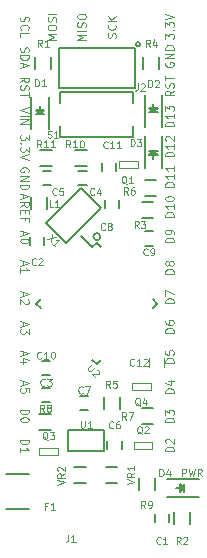
<source format=gto>
G04 #@! TF.FileFunction,Legend,Top*
%FSLAX46Y46*%
G04 Gerber Fmt 4.6, Leading zero omitted, Abs format (unit mm)*
G04 Created by KiCad (PCBNEW 4.0.6-e0-6349~53~ubuntu16.04.1) date Sat Mar  4 14:09:25 2017*
%MOMM*%
%LPD*%
G01*
G04 APERTURE LIST*
%ADD10C,0.100000*%
%ADD11C,0.120000*%
%ADD12C,0.150000*%
%ADD13C,0.127000*%
%ADD14C,0.119380*%
G04 APERTURE END LIST*
D10*
X130716667Y-102649999D02*
X130016667Y-102649999D01*
X130516667Y-102416666D01*
X130016667Y-102183333D01*
X130716667Y-102183333D01*
X130016667Y-101716666D02*
X130016667Y-101583333D01*
X130050000Y-101516666D01*
X130116667Y-101449999D01*
X130250000Y-101416666D01*
X130483333Y-101416666D01*
X130616667Y-101449999D01*
X130683333Y-101516666D01*
X130716667Y-101583333D01*
X130716667Y-101716666D01*
X130683333Y-101783333D01*
X130616667Y-101849999D01*
X130483333Y-101883333D01*
X130250000Y-101883333D01*
X130116667Y-101849999D01*
X130050000Y-101783333D01*
X130016667Y-101716666D01*
X130683333Y-101150000D02*
X130716667Y-101050000D01*
X130716667Y-100883333D01*
X130683333Y-100816666D01*
X130650000Y-100783333D01*
X130583333Y-100750000D01*
X130516667Y-100750000D01*
X130450000Y-100783333D01*
X130416667Y-100816666D01*
X130383333Y-100883333D01*
X130350000Y-101016666D01*
X130316667Y-101083333D01*
X130283333Y-101116666D01*
X130216667Y-101150000D01*
X130150000Y-101150000D01*
X130083333Y-101116666D01*
X130050000Y-101083333D01*
X130016667Y-101016666D01*
X130016667Y-100850000D01*
X130050000Y-100750000D01*
X130716667Y-100449999D02*
X130016667Y-100449999D01*
X133216667Y-102699999D02*
X132516667Y-102699999D01*
X133016667Y-102466666D01*
X132516667Y-102233333D01*
X133216667Y-102233333D01*
X133216667Y-101899999D02*
X132516667Y-101899999D01*
X133183333Y-101600000D02*
X133216667Y-101500000D01*
X133216667Y-101333333D01*
X133183333Y-101266666D01*
X133150000Y-101233333D01*
X133083333Y-101200000D01*
X133016667Y-101200000D01*
X132950000Y-101233333D01*
X132916667Y-101266666D01*
X132883333Y-101333333D01*
X132850000Y-101466666D01*
X132816667Y-101533333D01*
X132783333Y-101566666D01*
X132716667Y-101600000D01*
X132650000Y-101600000D01*
X132583333Y-101566666D01*
X132550000Y-101533333D01*
X132516667Y-101466666D01*
X132516667Y-101300000D01*
X132550000Y-101200000D01*
X132516667Y-100766666D02*
X132516667Y-100633333D01*
X132550000Y-100566666D01*
X132616667Y-100499999D01*
X132750000Y-100466666D01*
X132983333Y-100466666D01*
X133116667Y-100499999D01*
X133183333Y-100566666D01*
X133216667Y-100633333D01*
X133216667Y-100766666D01*
X133183333Y-100833333D01*
X133116667Y-100899999D01*
X132983333Y-100933333D01*
X132750000Y-100933333D01*
X132616667Y-100899999D01*
X132550000Y-100833333D01*
X132516667Y-100766666D01*
X135733333Y-102500000D02*
X135766667Y-102400000D01*
X135766667Y-102233333D01*
X135733333Y-102166666D01*
X135700000Y-102133333D01*
X135633333Y-102100000D01*
X135566667Y-102100000D01*
X135500000Y-102133333D01*
X135466667Y-102166666D01*
X135433333Y-102233333D01*
X135400000Y-102366666D01*
X135366667Y-102433333D01*
X135333333Y-102466666D01*
X135266667Y-102500000D01*
X135200000Y-102500000D01*
X135133333Y-102466666D01*
X135100000Y-102433333D01*
X135066667Y-102366666D01*
X135066667Y-102200000D01*
X135100000Y-102100000D01*
X135700000Y-101399999D02*
X135733333Y-101433333D01*
X135766667Y-101533333D01*
X135766667Y-101599999D01*
X135733333Y-101699999D01*
X135666667Y-101766666D01*
X135600000Y-101799999D01*
X135466667Y-101833333D01*
X135366667Y-101833333D01*
X135233333Y-101799999D01*
X135166667Y-101766666D01*
X135100000Y-101699999D01*
X135066667Y-101599999D01*
X135066667Y-101533333D01*
X135100000Y-101433333D01*
X135133333Y-101399999D01*
X135766667Y-101099999D02*
X135066667Y-101099999D01*
X135766667Y-100699999D02*
X135366667Y-100999999D01*
X135066667Y-100699999D02*
X135466667Y-101099999D01*
X141400000Y-139621429D02*
X141400000Y-139021429D01*
X141628572Y-139021429D01*
X141685714Y-139050000D01*
X141714286Y-139078571D01*
X141742857Y-139135714D01*
X141742857Y-139221429D01*
X141714286Y-139278571D01*
X141685714Y-139307143D01*
X141628572Y-139335714D01*
X141400000Y-139335714D01*
X141942857Y-139021429D02*
X142085714Y-139621429D01*
X142200000Y-139192857D01*
X142314286Y-139621429D01*
X142457143Y-139021429D01*
X143028571Y-139621429D02*
X142828571Y-139335714D01*
X142685714Y-139621429D02*
X142685714Y-139021429D01*
X142914286Y-139021429D01*
X142971428Y-139050000D01*
X143000000Y-139078571D01*
X143028571Y-139135714D01*
X143028571Y-139221429D01*
X143000000Y-139278571D01*
X142971428Y-139307143D01*
X142914286Y-139335714D01*
X142685714Y-139335714D01*
X140666667Y-137516666D02*
X139966667Y-137516666D01*
X139966667Y-137350000D01*
X140000000Y-137250000D01*
X140066667Y-137183333D01*
X140133333Y-137150000D01*
X140266667Y-137116666D01*
X140366667Y-137116666D01*
X140500000Y-137150000D01*
X140566667Y-137183333D01*
X140633333Y-137250000D01*
X140666667Y-137350000D01*
X140666667Y-137516666D01*
X140033333Y-136850000D02*
X140000000Y-136816666D01*
X139966667Y-136750000D01*
X139966667Y-136583333D01*
X140000000Y-136516666D01*
X140033333Y-136483333D01*
X140100000Y-136450000D01*
X140166667Y-136450000D01*
X140266667Y-136483333D01*
X140666667Y-136883333D01*
X140666667Y-136450000D01*
X140666667Y-135066666D02*
X139966667Y-135066666D01*
X139966667Y-134900000D01*
X140000000Y-134800000D01*
X140066667Y-134733333D01*
X140133333Y-134700000D01*
X140266667Y-134666666D01*
X140366667Y-134666666D01*
X140500000Y-134700000D01*
X140566667Y-134733333D01*
X140633333Y-134800000D01*
X140666667Y-134900000D01*
X140666667Y-135066666D01*
X139966667Y-134433333D02*
X139966667Y-134000000D01*
X140233333Y-134233333D01*
X140233333Y-134133333D01*
X140266667Y-134066666D01*
X140300000Y-134033333D01*
X140366667Y-134000000D01*
X140533333Y-134000000D01*
X140600000Y-134033333D01*
X140633333Y-134066666D01*
X140666667Y-134133333D01*
X140666667Y-134333333D01*
X140633333Y-134400000D01*
X140600000Y-134433333D01*
X140666667Y-132566666D02*
X139966667Y-132566666D01*
X139966667Y-132400000D01*
X140000000Y-132300000D01*
X140066667Y-132233333D01*
X140133333Y-132200000D01*
X140266667Y-132166666D01*
X140366667Y-132166666D01*
X140500000Y-132200000D01*
X140566667Y-132233333D01*
X140633333Y-132300000D01*
X140666667Y-132400000D01*
X140666667Y-132566666D01*
X140200000Y-131566666D02*
X140666667Y-131566666D01*
X139933333Y-131733333D02*
X140433333Y-131900000D01*
X140433333Y-131466666D01*
X140666667Y-130016666D02*
X139966667Y-130016666D01*
X139966667Y-129850000D01*
X140000000Y-129750000D01*
X140066667Y-129683333D01*
X140133333Y-129650000D01*
X140266667Y-129616666D01*
X140366667Y-129616666D01*
X140500000Y-129650000D01*
X140566667Y-129683333D01*
X140633333Y-129750000D01*
X140666667Y-129850000D01*
X140666667Y-130016666D01*
X139966667Y-128983333D02*
X139966667Y-129316666D01*
X140300000Y-129350000D01*
X140266667Y-129316666D01*
X140233333Y-129250000D01*
X140233333Y-129083333D01*
X140266667Y-129016666D01*
X140300000Y-128983333D01*
X140366667Y-128950000D01*
X140533333Y-128950000D01*
X140600000Y-128983333D01*
X140633333Y-129016666D01*
X140666667Y-129083333D01*
X140666667Y-129250000D01*
X140633333Y-129316666D01*
X140600000Y-129350000D01*
X140666667Y-127466666D02*
X139966667Y-127466666D01*
X139966667Y-127300000D01*
X140000000Y-127200000D01*
X140066667Y-127133333D01*
X140133333Y-127100000D01*
X140266667Y-127066666D01*
X140366667Y-127066666D01*
X140500000Y-127100000D01*
X140566667Y-127133333D01*
X140633333Y-127200000D01*
X140666667Y-127300000D01*
X140666667Y-127466666D01*
X139966667Y-126466666D02*
X139966667Y-126600000D01*
X140000000Y-126666666D01*
X140033333Y-126700000D01*
X140133333Y-126766666D01*
X140266667Y-126800000D01*
X140533333Y-126800000D01*
X140600000Y-126766666D01*
X140633333Y-126733333D01*
X140666667Y-126666666D01*
X140666667Y-126533333D01*
X140633333Y-126466666D01*
X140600000Y-126433333D01*
X140533333Y-126400000D01*
X140366667Y-126400000D01*
X140300000Y-126433333D01*
X140266667Y-126466666D01*
X140233333Y-126533333D01*
X140233333Y-126666666D01*
X140266667Y-126733333D01*
X140300000Y-126766666D01*
X140366667Y-126800000D01*
X140666667Y-124966666D02*
X139966667Y-124966666D01*
X139966667Y-124800000D01*
X140000000Y-124700000D01*
X140066667Y-124633333D01*
X140133333Y-124600000D01*
X140266667Y-124566666D01*
X140366667Y-124566666D01*
X140500000Y-124600000D01*
X140566667Y-124633333D01*
X140633333Y-124700000D01*
X140666667Y-124800000D01*
X140666667Y-124966666D01*
X139966667Y-124333333D02*
X139966667Y-123866666D01*
X140666667Y-124166666D01*
X140666667Y-122466666D02*
X139966667Y-122466666D01*
X139966667Y-122300000D01*
X140000000Y-122200000D01*
X140066667Y-122133333D01*
X140133333Y-122100000D01*
X140266667Y-122066666D01*
X140366667Y-122066666D01*
X140500000Y-122100000D01*
X140566667Y-122133333D01*
X140633333Y-122200000D01*
X140666667Y-122300000D01*
X140666667Y-122466666D01*
X140266667Y-121666666D02*
X140233333Y-121733333D01*
X140200000Y-121766666D01*
X140133333Y-121800000D01*
X140100000Y-121800000D01*
X140033333Y-121766666D01*
X140000000Y-121733333D01*
X139966667Y-121666666D01*
X139966667Y-121533333D01*
X140000000Y-121466666D01*
X140033333Y-121433333D01*
X140100000Y-121400000D01*
X140133333Y-121400000D01*
X140200000Y-121433333D01*
X140233333Y-121466666D01*
X140266667Y-121533333D01*
X140266667Y-121666666D01*
X140300000Y-121733333D01*
X140333333Y-121766666D01*
X140400000Y-121800000D01*
X140533333Y-121800000D01*
X140600000Y-121766666D01*
X140633333Y-121733333D01*
X140666667Y-121666666D01*
X140666667Y-121533333D01*
X140633333Y-121466666D01*
X140600000Y-121433333D01*
X140533333Y-121400000D01*
X140400000Y-121400000D01*
X140333333Y-121433333D01*
X140300000Y-121466666D01*
X140266667Y-121533333D01*
X140666667Y-119816666D02*
X139966667Y-119816666D01*
X139966667Y-119650000D01*
X140000000Y-119550000D01*
X140066667Y-119483333D01*
X140133333Y-119450000D01*
X140266667Y-119416666D01*
X140366667Y-119416666D01*
X140500000Y-119450000D01*
X140566667Y-119483333D01*
X140633333Y-119550000D01*
X140666667Y-119650000D01*
X140666667Y-119816666D01*
X140666667Y-119083333D02*
X140666667Y-118950000D01*
X140633333Y-118883333D01*
X140600000Y-118850000D01*
X140500000Y-118783333D01*
X140366667Y-118750000D01*
X140100000Y-118750000D01*
X140033333Y-118783333D01*
X140000000Y-118816666D01*
X139966667Y-118883333D01*
X139966667Y-119016666D01*
X140000000Y-119083333D01*
X140033333Y-119116666D01*
X140100000Y-119150000D01*
X140266667Y-119150000D01*
X140333333Y-119116666D01*
X140366667Y-119083333D01*
X140400000Y-119016666D01*
X140400000Y-118883333D01*
X140366667Y-118816666D01*
X140333333Y-118783333D01*
X140266667Y-118750000D01*
X140666667Y-117650000D02*
X139966667Y-117650000D01*
X139966667Y-117483334D01*
X140000000Y-117383334D01*
X140066667Y-117316667D01*
X140133333Y-117283334D01*
X140266667Y-117250000D01*
X140366667Y-117250000D01*
X140500000Y-117283334D01*
X140566667Y-117316667D01*
X140633333Y-117383334D01*
X140666667Y-117483334D01*
X140666667Y-117650000D01*
X140666667Y-116583334D02*
X140666667Y-116983334D01*
X140666667Y-116783334D02*
X139966667Y-116783334D01*
X140066667Y-116850000D01*
X140133333Y-116916667D01*
X140166667Y-116983334D01*
X139966667Y-116150000D02*
X139966667Y-116083333D01*
X140000000Y-116016667D01*
X140033333Y-115983333D01*
X140100000Y-115950000D01*
X140233333Y-115916667D01*
X140400000Y-115916667D01*
X140533333Y-115950000D01*
X140600000Y-115983333D01*
X140633333Y-116016667D01*
X140666667Y-116083333D01*
X140666667Y-116150000D01*
X140633333Y-116216667D01*
X140600000Y-116250000D01*
X140533333Y-116283333D01*
X140400000Y-116316667D01*
X140233333Y-116316667D01*
X140100000Y-116283333D01*
X140033333Y-116250000D01*
X140000000Y-116216667D01*
X139966667Y-116150000D01*
X140666667Y-115100000D02*
X139966667Y-115100000D01*
X139966667Y-114933334D01*
X140000000Y-114833334D01*
X140066667Y-114766667D01*
X140133333Y-114733334D01*
X140266667Y-114700000D01*
X140366667Y-114700000D01*
X140500000Y-114733334D01*
X140566667Y-114766667D01*
X140633333Y-114833334D01*
X140666667Y-114933334D01*
X140666667Y-115100000D01*
X140666667Y-114033334D02*
X140666667Y-114433334D01*
X140666667Y-114233334D02*
X139966667Y-114233334D01*
X140066667Y-114300000D01*
X140133333Y-114366667D01*
X140166667Y-114433334D01*
X140666667Y-113366667D02*
X140666667Y-113766667D01*
X140666667Y-113566667D02*
X139966667Y-113566667D01*
X140066667Y-113633333D01*
X140133333Y-113700000D01*
X140166667Y-113766667D01*
X140666667Y-112550000D02*
X139966667Y-112550000D01*
X139966667Y-112383334D01*
X140000000Y-112283334D01*
X140066667Y-112216667D01*
X140133333Y-112183334D01*
X140266667Y-112150000D01*
X140366667Y-112150000D01*
X140500000Y-112183334D01*
X140566667Y-112216667D01*
X140633333Y-112283334D01*
X140666667Y-112383334D01*
X140666667Y-112550000D01*
X140666667Y-111483334D02*
X140666667Y-111883334D01*
X140666667Y-111683334D02*
X139966667Y-111683334D01*
X140066667Y-111750000D01*
X140133333Y-111816667D01*
X140166667Y-111883334D01*
X140033333Y-111216667D02*
X140000000Y-111183333D01*
X139966667Y-111116667D01*
X139966667Y-110950000D01*
X140000000Y-110883333D01*
X140033333Y-110850000D01*
X140100000Y-110816667D01*
X140166667Y-110816667D01*
X140266667Y-110850000D01*
X140666667Y-111250000D01*
X140666667Y-110816667D01*
X140666667Y-110000000D02*
X139966667Y-110000000D01*
X139966667Y-109833334D01*
X140000000Y-109733334D01*
X140066667Y-109666667D01*
X140133333Y-109633334D01*
X140266667Y-109600000D01*
X140366667Y-109600000D01*
X140500000Y-109633334D01*
X140566667Y-109666667D01*
X140633333Y-109733334D01*
X140666667Y-109833334D01*
X140666667Y-110000000D01*
X140666667Y-108933334D02*
X140666667Y-109333334D01*
X140666667Y-109133334D02*
X139966667Y-109133334D01*
X140066667Y-109200000D01*
X140133333Y-109266667D01*
X140166667Y-109333334D01*
X139966667Y-108700000D02*
X139966667Y-108266667D01*
X140233333Y-108500000D01*
X140233333Y-108400000D01*
X140266667Y-108333333D01*
X140300000Y-108300000D01*
X140366667Y-108266667D01*
X140533333Y-108266667D01*
X140600000Y-108300000D01*
X140633333Y-108333333D01*
X140666667Y-108400000D01*
X140666667Y-108600000D01*
X140633333Y-108666667D01*
X140600000Y-108700000D01*
X140666667Y-106983333D02*
X140333333Y-107216667D01*
X140666667Y-107383333D02*
X139966667Y-107383333D01*
X139966667Y-107116667D01*
X140000000Y-107050000D01*
X140033333Y-107016667D01*
X140100000Y-106983333D01*
X140200000Y-106983333D01*
X140266667Y-107016667D01*
X140300000Y-107050000D01*
X140333333Y-107116667D01*
X140333333Y-107383333D01*
X140633333Y-106716667D02*
X140666667Y-106616667D01*
X140666667Y-106450000D01*
X140633333Y-106383333D01*
X140600000Y-106350000D01*
X140533333Y-106316667D01*
X140466667Y-106316667D01*
X140400000Y-106350000D01*
X140366667Y-106383333D01*
X140333333Y-106450000D01*
X140300000Y-106583333D01*
X140266667Y-106650000D01*
X140233333Y-106683333D01*
X140166667Y-106716667D01*
X140100000Y-106716667D01*
X140033333Y-106683333D01*
X140000000Y-106650000D01*
X139966667Y-106583333D01*
X139966667Y-106416667D01*
X140000000Y-106316667D01*
X139966667Y-106116666D02*
X139966667Y-105716666D01*
X140666667Y-105916666D02*
X139966667Y-105916666D01*
X140000000Y-104583333D02*
X139966667Y-104649999D01*
X139966667Y-104749999D01*
X140000000Y-104849999D01*
X140066667Y-104916666D01*
X140133333Y-104949999D01*
X140266667Y-104983333D01*
X140366667Y-104983333D01*
X140500000Y-104949999D01*
X140566667Y-104916666D01*
X140633333Y-104849999D01*
X140666667Y-104749999D01*
X140666667Y-104683333D01*
X140633333Y-104583333D01*
X140600000Y-104549999D01*
X140366667Y-104549999D01*
X140366667Y-104683333D01*
X140666667Y-104249999D02*
X139966667Y-104249999D01*
X140666667Y-103849999D01*
X139966667Y-103849999D01*
X140666667Y-103516666D02*
X139966667Y-103516666D01*
X139966667Y-103350000D01*
X140000000Y-103250000D01*
X140066667Y-103183333D01*
X140133333Y-103150000D01*
X140266667Y-103116666D01*
X140366667Y-103116666D01*
X140500000Y-103150000D01*
X140566667Y-103183333D01*
X140633333Y-103250000D01*
X140666667Y-103350000D01*
X140666667Y-103516666D01*
X127716667Y-100716666D02*
X127683333Y-100816666D01*
X127683333Y-100983333D01*
X127716667Y-101050000D01*
X127750000Y-101083333D01*
X127816667Y-101116666D01*
X127883333Y-101116666D01*
X127950000Y-101083333D01*
X127983333Y-101050000D01*
X128016667Y-100983333D01*
X128050000Y-100850000D01*
X128083333Y-100783333D01*
X128116667Y-100750000D01*
X128183333Y-100716666D01*
X128250000Y-100716666D01*
X128316667Y-100750000D01*
X128350000Y-100783333D01*
X128383333Y-100850000D01*
X128383333Y-101016666D01*
X128350000Y-101116666D01*
X127750000Y-101816667D02*
X127716667Y-101783333D01*
X127683333Y-101683333D01*
X127683333Y-101616667D01*
X127716667Y-101516667D01*
X127783333Y-101450000D01*
X127850000Y-101416667D01*
X127983333Y-101383333D01*
X128083333Y-101383333D01*
X128216667Y-101416667D01*
X128283333Y-101450000D01*
X128350000Y-101516667D01*
X128383333Y-101616667D01*
X128383333Y-101683333D01*
X128350000Y-101783333D01*
X128316667Y-101816667D01*
X127683333Y-102450000D02*
X127683333Y-102116667D01*
X128383333Y-102116667D01*
X127716667Y-103300000D02*
X127683333Y-103400000D01*
X127683333Y-103566667D01*
X127716667Y-103633334D01*
X127750000Y-103666667D01*
X127816667Y-103700000D01*
X127883333Y-103700000D01*
X127950000Y-103666667D01*
X127983333Y-103633334D01*
X128016667Y-103566667D01*
X128050000Y-103433334D01*
X128083333Y-103366667D01*
X128116667Y-103333334D01*
X128183333Y-103300000D01*
X128250000Y-103300000D01*
X128316667Y-103333334D01*
X128350000Y-103366667D01*
X128383333Y-103433334D01*
X128383333Y-103600000D01*
X128350000Y-103700000D01*
X127683333Y-104000001D02*
X128383333Y-104000001D01*
X128383333Y-104166667D01*
X128350000Y-104266667D01*
X128283333Y-104333334D01*
X128216667Y-104366667D01*
X128083333Y-104400001D01*
X127983333Y-104400001D01*
X127850000Y-104366667D01*
X127783333Y-104333334D01*
X127716667Y-104266667D01*
X127683333Y-104166667D01*
X127683333Y-104000001D01*
X127883333Y-104666667D02*
X127883333Y-105000001D01*
X127683333Y-104600001D02*
X128383333Y-104833334D01*
X127683333Y-105066667D01*
X127683333Y-106266667D02*
X128016667Y-106033333D01*
X127683333Y-105866667D02*
X128383333Y-105866667D01*
X128383333Y-106133333D01*
X128350000Y-106200000D01*
X128316667Y-106233333D01*
X128250000Y-106266667D01*
X128150000Y-106266667D01*
X128083333Y-106233333D01*
X128050000Y-106200000D01*
X128016667Y-106133333D01*
X128016667Y-105866667D01*
X127716667Y-106533333D02*
X127683333Y-106633333D01*
X127683333Y-106800000D01*
X127716667Y-106866667D01*
X127750000Y-106900000D01*
X127816667Y-106933333D01*
X127883333Y-106933333D01*
X127950000Y-106900000D01*
X127983333Y-106866667D01*
X128016667Y-106800000D01*
X128050000Y-106666667D01*
X128083333Y-106600000D01*
X128116667Y-106566667D01*
X128183333Y-106533333D01*
X128250000Y-106533333D01*
X128316667Y-106566667D01*
X128350000Y-106600000D01*
X128383333Y-106666667D01*
X128383333Y-106833333D01*
X128350000Y-106933333D01*
X128383333Y-107133334D02*
X128383333Y-107533334D01*
X127683333Y-107333334D02*
X128383333Y-107333334D01*
X128383333Y-108383334D02*
X127683333Y-108616667D01*
X128383333Y-108850000D01*
X127683333Y-109083334D02*
X128383333Y-109083334D01*
X127683333Y-109416667D02*
X128383333Y-109416667D01*
X127683333Y-109816667D01*
X128383333Y-109816667D01*
X128383333Y-110716667D02*
X128383333Y-111150000D01*
X128116667Y-110916667D01*
X128116667Y-111016667D01*
X128083333Y-111083334D01*
X128050000Y-111116667D01*
X127983333Y-111150000D01*
X127816667Y-111150000D01*
X127750000Y-111116667D01*
X127716667Y-111083334D01*
X127683333Y-111016667D01*
X127683333Y-110816667D01*
X127716667Y-110750000D01*
X127750000Y-110716667D01*
X127750000Y-111450001D02*
X127716667Y-111483334D01*
X127683333Y-111450001D01*
X127716667Y-111416667D01*
X127750000Y-111450001D01*
X127683333Y-111450001D01*
X128383333Y-111716667D02*
X128383333Y-112150000D01*
X128116667Y-111916667D01*
X128116667Y-112016667D01*
X128083333Y-112083334D01*
X128050000Y-112116667D01*
X127983333Y-112150000D01*
X127816667Y-112150000D01*
X127750000Y-112116667D01*
X127716667Y-112083334D01*
X127683333Y-112016667D01*
X127683333Y-111816667D01*
X127716667Y-111750000D01*
X127750000Y-111716667D01*
X128383333Y-112350001D02*
X127683333Y-112583334D01*
X128383333Y-112816667D01*
X128350000Y-113866667D02*
X128383333Y-113800001D01*
X128383333Y-113700001D01*
X128350000Y-113600001D01*
X128283333Y-113533334D01*
X128216667Y-113500001D01*
X128083333Y-113466667D01*
X127983333Y-113466667D01*
X127850000Y-113500001D01*
X127783333Y-113533334D01*
X127716667Y-113600001D01*
X127683333Y-113700001D01*
X127683333Y-113766667D01*
X127716667Y-113866667D01*
X127750000Y-113900001D01*
X127983333Y-113900001D01*
X127983333Y-113766667D01*
X127683333Y-114200001D02*
X128383333Y-114200001D01*
X127683333Y-114600001D01*
X128383333Y-114600001D01*
X127683333Y-114933334D02*
X128383333Y-114933334D01*
X128383333Y-115100000D01*
X128350000Y-115200000D01*
X128283333Y-115266667D01*
X128216667Y-115300000D01*
X128083333Y-115333334D01*
X127983333Y-115333334D01*
X127850000Y-115300000D01*
X127783333Y-115266667D01*
X127716667Y-115200000D01*
X127683333Y-115100000D01*
X127683333Y-114933334D01*
X127883333Y-115766667D02*
X127883333Y-116100001D01*
X127683333Y-115700001D02*
X128383333Y-115933334D01*
X127683333Y-116166667D01*
X127683333Y-116800001D02*
X128016667Y-116566667D01*
X127683333Y-116400001D02*
X128383333Y-116400001D01*
X128383333Y-116666667D01*
X128350000Y-116733334D01*
X128316667Y-116766667D01*
X128250000Y-116800001D01*
X128150000Y-116800001D01*
X128083333Y-116766667D01*
X128050000Y-116733334D01*
X128016667Y-116666667D01*
X128016667Y-116400001D01*
X128050000Y-117100001D02*
X128050000Y-117333334D01*
X127683333Y-117433334D02*
X127683333Y-117100001D01*
X128383333Y-117100001D01*
X128383333Y-117433334D01*
X128050000Y-117966667D02*
X128050000Y-117733334D01*
X127683333Y-117733334D02*
X128383333Y-117733334D01*
X128383333Y-118066667D01*
X127883333Y-118900000D02*
X127883333Y-119233334D01*
X127683333Y-118833334D02*
X128383333Y-119066667D01*
X127683333Y-119300000D01*
X128383333Y-119666667D02*
X128383333Y-119733334D01*
X128350000Y-119800000D01*
X128316667Y-119833334D01*
X128250000Y-119866667D01*
X128116667Y-119900000D01*
X127950000Y-119900000D01*
X127816667Y-119866667D01*
X127750000Y-119833334D01*
X127716667Y-119800000D01*
X127683333Y-119733334D01*
X127683333Y-119666667D01*
X127716667Y-119600000D01*
X127750000Y-119566667D01*
X127816667Y-119533334D01*
X127950000Y-119500000D01*
X128116667Y-119500000D01*
X128250000Y-119533334D01*
X128316667Y-119566667D01*
X128350000Y-119600000D01*
X128383333Y-119666667D01*
X127883333Y-121400000D02*
X127883333Y-121733334D01*
X127683333Y-121333334D02*
X128383333Y-121566667D01*
X127683333Y-121800000D01*
X127683333Y-122400000D02*
X127683333Y-122000000D01*
X127683333Y-122200000D02*
X128383333Y-122200000D01*
X128283333Y-122133334D01*
X128216667Y-122066667D01*
X128183333Y-122000000D01*
X127883333Y-124050000D02*
X127883333Y-124383334D01*
X127683333Y-123983334D02*
X128383333Y-124216667D01*
X127683333Y-124450000D01*
X128316667Y-124650000D02*
X128350000Y-124683334D01*
X128383333Y-124750000D01*
X128383333Y-124916667D01*
X128350000Y-124983334D01*
X128316667Y-125016667D01*
X128250000Y-125050000D01*
X128183333Y-125050000D01*
X128083333Y-125016667D01*
X127683333Y-124616667D01*
X127683333Y-125050000D01*
X127883333Y-126550000D02*
X127883333Y-126883334D01*
X127683333Y-126483334D02*
X128383333Y-126716667D01*
X127683333Y-126950000D01*
X128383333Y-127116667D02*
X128383333Y-127550000D01*
X128116667Y-127316667D01*
X128116667Y-127416667D01*
X128083333Y-127483334D01*
X128050000Y-127516667D01*
X127983333Y-127550000D01*
X127816667Y-127550000D01*
X127750000Y-127516667D01*
X127716667Y-127483334D01*
X127683333Y-127416667D01*
X127683333Y-127216667D01*
X127716667Y-127150000D01*
X127750000Y-127116667D01*
X127883333Y-129050000D02*
X127883333Y-129383334D01*
X127683333Y-128983334D02*
X128383333Y-129216667D01*
X127683333Y-129450000D01*
X128150000Y-129983334D02*
X127683333Y-129983334D01*
X128416667Y-129816667D02*
X127916667Y-129650000D01*
X127916667Y-130083334D01*
X127883333Y-131550000D02*
X127883333Y-131883334D01*
X127683333Y-131483334D02*
X128383333Y-131716667D01*
X127683333Y-131950000D01*
X128383333Y-132516667D02*
X128383333Y-132183334D01*
X128050000Y-132150000D01*
X128083333Y-132183334D01*
X128116667Y-132250000D01*
X128116667Y-132416667D01*
X128083333Y-132483334D01*
X128050000Y-132516667D01*
X127983333Y-132550000D01*
X127816667Y-132550000D01*
X127750000Y-132516667D01*
X127716667Y-132483334D01*
X127683333Y-132416667D01*
X127683333Y-132250000D01*
X127716667Y-132183334D01*
X127750000Y-132150000D01*
X127683333Y-133983334D02*
X128383333Y-133983334D01*
X128383333Y-134150000D01*
X128350000Y-134250000D01*
X128283333Y-134316667D01*
X128216667Y-134350000D01*
X128083333Y-134383334D01*
X127983333Y-134383334D01*
X127850000Y-134350000D01*
X127783333Y-134316667D01*
X127716667Y-134250000D01*
X127683333Y-134150000D01*
X127683333Y-133983334D01*
X128383333Y-134816667D02*
X128383333Y-134883334D01*
X128350000Y-134950000D01*
X128316667Y-134983334D01*
X128250000Y-135016667D01*
X128116667Y-135050000D01*
X127950000Y-135050000D01*
X127816667Y-135016667D01*
X127750000Y-134983334D01*
X127716667Y-134950000D01*
X127683333Y-134883334D01*
X127683333Y-134816667D01*
X127716667Y-134750000D01*
X127750000Y-134716667D01*
X127816667Y-134683334D01*
X127950000Y-134650000D01*
X128116667Y-134650000D01*
X128250000Y-134683334D01*
X128316667Y-134716667D01*
X128350000Y-134750000D01*
X128383333Y-134816667D01*
X139966667Y-102583333D02*
X139966667Y-102150000D01*
X140233333Y-102383333D01*
X140233333Y-102283333D01*
X140266667Y-102216666D01*
X140300000Y-102183333D01*
X140366667Y-102150000D01*
X140533333Y-102150000D01*
X140600000Y-102183333D01*
X140633333Y-102216666D01*
X140666667Y-102283333D01*
X140666667Y-102483333D01*
X140633333Y-102550000D01*
X140600000Y-102583333D01*
X140600000Y-101849999D02*
X140633333Y-101816666D01*
X140666667Y-101849999D01*
X140633333Y-101883333D01*
X140600000Y-101849999D01*
X140666667Y-101849999D01*
X139966667Y-101583333D02*
X139966667Y-101150000D01*
X140233333Y-101383333D01*
X140233333Y-101283333D01*
X140266667Y-101216666D01*
X140300000Y-101183333D01*
X140366667Y-101150000D01*
X140533333Y-101150000D01*
X140600000Y-101183333D01*
X140633333Y-101216666D01*
X140666667Y-101283333D01*
X140666667Y-101483333D01*
X140633333Y-101550000D01*
X140600000Y-101583333D01*
X139966667Y-100949999D02*
X140666667Y-100716666D01*
X139966667Y-100483333D01*
D11*
X127683333Y-136533334D02*
X128383333Y-136533334D01*
X128383333Y-136700000D01*
X128350000Y-136800000D01*
X128283333Y-136866667D01*
X128216667Y-136900000D01*
X128083333Y-136933334D01*
X127983333Y-136933334D01*
X127850000Y-136900000D01*
X127783333Y-136866667D01*
X127716667Y-136800000D01*
X127683333Y-136700000D01*
X127683333Y-136533334D01*
X127683333Y-137600000D02*
X127683333Y-137200000D01*
X127683333Y-137400000D02*
X128383333Y-137400000D01*
X128283333Y-137333334D01*
X128216667Y-137266667D01*
X128183333Y-137200000D01*
D12*
X140250000Y-142800000D02*
X140250000Y-143500000D01*
X139050000Y-143500000D02*
X139050000Y-142800000D01*
X129700000Y-119350000D02*
X129700000Y-120050000D01*
X128500000Y-120050000D02*
X128500000Y-119350000D01*
X129500000Y-132150000D02*
X130200000Y-132150000D01*
X130200000Y-133350000D02*
X129500000Y-133350000D01*
X133300000Y-114950000D02*
X132600000Y-114950000D01*
X132600000Y-113750000D02*
X133300000Y-113750000D01*
X130300000Y-114950000D02*
X129600000Y-114950000D01*
X129600000Y-113750000D02*
X130300000Y-113750000D01*
X136250000Y-136650000D02*
X136250000Y-137350000D01*
X135050000Y-137350000D02*
X135050000Y-136650000D01*
X132700000Y-132800000D02*
X133400000Y-132800000D01*
X133400000Y-134000000D02*
X132700000Y-134000000D01*
X134850000Y-116950000D02*
X134850000Y-116250000D01*
X136050000Y-116250000D02*
X136050000Y-116950000D01*
X138900000Y-120100000D02*
X138200000Y-120100000D01*
X138200000Y-118900000D02*
X138900000Y-118900000D01*
X129500000Y-129850000D02*
X130200000Y-129850000D01*
X130200000Y-131050000D02*
X129500000Y-131050000D01*
X135800000Y-113100000D02*
X135800000Y-113800000D01*
X134600000Y-113800000D02*
X134600000Y-113100000D01*
X130100000Y-110200000D02*
X130100000Y-107500000D01*
X128600000Y-110200000D02*
X128600000Y-107500000D01*
X129500000Y-108700000D02*
X129250000Y-108700000D01*
X129250000Y-108700000D02*
X129400000Y-108850000D01*
X129000000Y-108950000D02*
X129700000Y-108950000D01*
X129350000Y-108600000D02*
X129350000Y-108250000D01*
X129350000Y-108950000D02*
X129000000Y-108600000D01*
X129000000Y-108600000D02*
X129700000Y-108600000D01*
X129700000Y-108600000D02*
X129350000Y-108950000D01*
X139700000Y-110050000D02*
X139700000Y-107350000D01*
X138200000Y-110050000D02*
X138200000Y-107350000D01*
X139100000Y-108550000D02*
X138850000Y-108550000D01*
X138850000Y-108550000D02*
X139000000Y-108700000D01*
X138600000Y-108800000D02*
X139300000Y-108800000D01*
X138950000Y-108450000D02*
X138950000Y-108100000D01*
X138950000Y-108800000D02*
X138600000Y-108450000D01*
X138600000Y-108450000D02*
X139300000Y-108450000D01*
X139300000Y-108450000D02*
X138950000Y-108800000D01*
X138200000Y-110850000D02*
X138200000Y-113550000D01*
X139700000Y-110850000D02*
X139700000Y-113550000D01*
X138800000Y-112350000D02*
X139050000Y-112350000D01*
X139050000Y-112350000D02*
X138900000Y-112200000D01*
X139300000Y-112100000D02*
X138600000Y-112100000D01*
X138950000Y-112450000D02*
X138950000Y-112800000D01*
X138950000Y-112100000D02*
X139300000Y-112450000D01*
X139300000Y-112450000D02*
X138600000Y-112450000D01*
X138600000Y-112450000D02*
X138950000Y-112100000D01*
X142800000Y-139900000D02*
X140100000Y-139900000D01*
X142800000Y-141400000D02*
X140100000Y-141400000D01*
X141300000Y-140500000D02*
X141300000Y-140750000D01*
X141300000Y-140750000D02*
X141450000Y-140600000D01*
X141550000Y-141000000D02*
X141550000Y-140300000D01*
X141200000Y-140650000D02*
X140850000Y-140650000D01*
X141550000Y-140650000D02*
X141200000Y-141000000D01*
X141200000Y-141000000D02*
X141200000Y-140300000D01*
X141200000Y-140300000D02*
X141550000Y-140650000D01*
X126450000Y-139425000D02*
X128450000Y-139425000D01*
X128450000Y-142375000D02*
X126450000Y-142375000D01*
X128575000Y-117000000D02*
X128575000Y-116000000D01*
X129925000Y-116000000D02*
X129925000Y-117000000D01*
X128925000Y-105150000D02*
X128925000Y-104150000D01*
X130275000Y-104150000D02*
X130275000Y-105150000D01*
X140675000Y-143650000D02*
X140675000Y-142650000D01*
X142025000Y-142650000D02*
X142025000Y-143650000D01*
X138950000Y-117775000D02*
X137950000Y-117775000D01*
X137950000Y-116425000D02*
X138950000Y-116425000D01*
X138075000Y-105150000D02*
X138075000Y-104150000D01*
X139425000Y-104150000D02*
X139425000Y-105150000D01*
X134725000Y-133950000D02*
X134725000Y-132950000D01*
X136075000Y-132950000D02*
X136075000Y-133950000D01*
X139200000Y-115875000D02*
X138200000Y-115875000D01*
X138200000Y-114525000D02*
X139200000Y-114525000D01*
X138950000Y-135225000D02*
X137950000Y-135225000D01*
X137950000Y-133875000D02*
X138950000Y-133875000D01*
X130300000Y-135675000D02*
X129300000Y-135675000D01*
X129300000Y-134325000D02*
X130300000Y-134325000D01*
X137725000Y-140800000D02*
X137725000Y-139800000D01*
X139075000Y-139800000D02*
X139075000Y-140800000D01*
X132300000Y-112025000D02*
X133300000Y-112025000D01*
X133300000Y-113375000D02*
X132300000Y-113375000D01*
X130350000Y-113375000D02*
X129350000Y-113375000D01*
X129350000Y-112025000D02*
X130350000Y-112025000D01*
X137250000Y-110900000D02*
X137250000Y-110000000D01*
X131050000Y-110900000D02*
X131050000Y-110000000D01*
X131050000Y-108000000D02*
X131050000Y-107100000D01*
X137250000Y-107100000D02*
X137250000Y-108000000D01*
X131050000Y-110900000D02*
X137250000Y-110900000D01*
X131050000Y-107100000D02*
X137250000Y-107100000D01*
D13*
X134774000Y-135711000D02*
X134774000Y-137489000D01*
X134774000Y-137489000D02*
X131726000Y-137489000D01*
X131726000Y-137489000D02*
X131726000Y-135711000D01*
X131726000Y-135711000D02*
X134774000Y-135711000D01*
D12*
X135900000Y-140225000D02*
X134900000Y-140225000D01*
X134900000Y-138875000D02*
X135900000Y-138875000D01*
X132200000Y-138875000D02*
X133200000Y-138875000D01*
X133200000Y-140225000D02*
X132200000Y-140225000D01*
X132836396Y-115216548D02*
X134533452Y-116913604D01*
X129866548Y-118186396D02*
X131563604Y-119883452D01*
X132836396Y-115216548D02*
X129866548Y-118186396D01*
X134533452Y-116913604D02*
X131563604Y-119883452D01*
X134450000Y-119343146D02*
G75*
G03X134450000Y-119343146I-300000J0D01*
G01*
X134150000Y-119873476D02*
X133778769Y-120244707D01*
X139276524Y-125000000D02*
X138905293Y-125371231D01*
X134150000Y-130126524D02*
X134521231Y-129755293D01*
X129023476Y-125000000D02*
X129394707Y-124628769D01*
X134150000Y-119873476D02*
X134521231Y-120244707D01*
X129023476Y-125000000D02*
X129394707Y-125371231D01*
X134150000Y-130126524D02*
X133778769Y-129755293D01*
X139276524Y-125000000D02*
X138905293Y-124628769D01*
X133778769Y-120244707D02*
X132806497Y-119272435D01*
X137830278Y-103050000D02*
G75*
G03X137830278Y-103050000I-180278J0D01*
G01*
X137350000Y-103350000D02*
X137350000Y-106750000D01*
X130950000Y-103350000D02*
X137350000Y-103350000D01*
X130950000Y-106750000D02*
X130950000Y-103350000D01*
X137350000Y-106750000D02*
X130950000Y-106750000D01*
D11*
X139800000Y-129650000D02*
X139800000Y-130350000D01*
X138600000Y-130350000D02*
X138600000Y-129650000D01*
D14*
X136050000Y-112900000D02*
X137650000Y-112900000D01*
X137650000Y-112900000D02*
X137650000Y-113500000D01*
X137650000Y-113500000D02*
X136050000Y-113500000D01*
X136050000Y-113500000D02*
X136050000Y-112900000D01*
X137261000Y-136750000D02*
X138861000Y-136750000D01*
X138861000Y-136750000D02*
X138861000Y-137350000D01*
X138861000Y-137350000D02*
X137261000Y-137350000D01*
X137261000Y-137350000D02*
X137261000Y-136750000D01*
X129250000Y-137250000D02*
X130850000Y-137250000D01*
X130850000Y-137250000D02*
X130850000Y-137850000D01*
X130850000Y-137850000D02*
X129250000Y-137850000D01*
X129250000Y-137850000D02*
X129250000Y-137250000D01*
X138700000Y-132300000D02*
X137100000Y-132300000D01*
X137100000Y-132300000D02*
X137100000Y-131700000D01*
X137100000Y-131700000D02*
X138700000Y-131700000D01*
X138700000Y-131700000D02*
X138700000Y-132300000D01*
D10*
X139550000Y-145314286D02*
X139521429Y-145342857D01*
X139435715Y-145371429D01*
X139378572Y-145371429D01*
X139292857Y-145342857D01*
X139235715Y-145285714D01*
X139207143Y-145228571D01*
X139178572Y-145114286D01*
X139178572Y-145028571D01*
X139207143Y-144914286D01*
X139235715Y-144857143D01*
X139292857Y-144800000D01*
X139378572Y-144771429D01*
X139435715Y-144771429D01*
X139521429Y-144800000D01*
X139550000Y-144828571D01*
X140121429Y-145371429D02*
X139778572Y-145371429D01*
X139950000Y-145371429D02*
X139950000Y-144771429D01*
X139892857Y-144857143D01*
X139835715Y-144914286D01*
X139778572Y-144942857D01*
X129000000Y-121714286D02*
X128971429Y-121742857D01*
X128885715Y-121771429D01*
X128828572Y-121771429D01*
X128742857Y-121742857D01*
X128685715Y-121685714D01*
X128657143Y-121628571D01*
X128628572Y-121514286D01*
X128628572Y-121428571D01*
X128657143Y-121314286D01*
X128685715Y-121257143D01*
X128742857Y-121200000D01*
X128828572Y-121171429D01*
X128885715Y-121171429D01*
X128971429Y-121200000D01*
X129000000Y-121228571D01*
X129228572Y-121228571D02*
X129257143Y-121200000D01*
X129314286Y-121171429D01*
X129457143Y-121171429D01*
X129514286Y-121200000D01*
X129542857Y-121228571D01*
X129571429Y-121285714D01*
X129571429Y-121342857D01*
X129542857Y-121428571D01*
X129200000Y-121771429D01*
X129571429Y-121771429D01*
X129750000Y-131914286D02*
X129721429Y-131942857D01*
X129635715Y-131971429D01*
X129578572Y-131971429D01*
X129492857Y-131942857D01*
X129435715Y-131885714D01*
X129407143Y-131828571D01*
X129378572Y-131714286D01*
X129378572Y-131628571D01*
X129407143Y-131514286D01*
X129435715Y-131457143D01*
X129492857Y-131400000D01*
X129578572Y-131371429D01*
X129635715Y-131371429D01*
X129721429Y-131400000D01*
X129750000Y-131428571D01*
X129950000Y-131371429D02*
X130321429Y-131371429D01*
X130121429Y-131600000D01*
X130207143Y-131600000D01*
X130264286Y-131628571D01*
X130292857Y-131657143D01*
X130321429Y-131714286D01*
X130321429Y-131857143D01*
X130292857Y-131914286D01*
X130264286Y-131942857D01*
X130207143Y-131971429D01*
X130035715Y-131971429D01*
X129978572Y-131942857D01*
X129950000Y-131914286D01*
X133950000Y-115764286D02*
X133921429Y-115792857D01*
X133835715Y-115821429D01*
X133778572Y-115821429D01*
X133692857Y-115792857D01*
X133635715Y-115735714D01*
X133607143Y-115678571D01*
X133578572Y-115564286D01*
X133578572Y-115478571D01*
X133607143Y-115364286D01*
X133635715Y-115307143D01*
X133692857Y-115250000D01*
X133778572Y-115221429D01*
X133835715Y-115221429D01*
X133921429Y-115250000D01*
X133950000Y-115278571D01*
X134464286Y-115421429D02*
X134464286Y-115821429D01*
X134321429Y-115192857D02*
X134178572Y-115621429D01*
X134550000Y-115621429D01*
X130750000Y-115764286D02*
X130721429Y-115792857D01*
X130635715Y-115821429D01*
X130578572Y-115821429D01*
X130492857Y-115792857D01*
X130435715Y-115735714D01*
X130407143Y-115678571D01*
X130378572Y-115564286D01*
X130378572Y-115478571D01*
X130407143Y-115364286D01*
X130435715Y-115307143D01*
X130492857Y-115250000D01*
X130578572Y-115221429D01*
X130635715Y-115221429D01*
X130721429Y-115250000D01*
X130750000Y-115278571D01*
X131292857Y-115221429D02*
X131007143Y-115221429D01*
X130978572Y-115507143D01*
X131007143Y-115478571D01*
X131064286Y-115450000D01*
X131207143Y-115450000D01*
X131264286Y-115478571D01*
X131292857Y-115507143D01*
X131321429Y-115564286D01*
X131321429Y-115707143D01*
X131292857Y-115764286D01*
X131264286Y-115792857D01*
X131207143Y-115821429D01*
X131064286Y-115821429D01*
X131007143Y-115792857D01*
X130978572Y-115764286D01*
X135550000Y-135514286D02*
X135521429Y-135542857D01*
X135435715Y-135571429D01*
X135378572Y-135571429D01*
X135292857Y-135542857D01*
X135235715Y-135485714D01*
X135207143Y-135428571D01*
X135178572Y-135314286D01*
X135178572Y-135228571D01*
X135207143Y-135114286D01*
X135235715Y-135057143D01*
X135292857Y-135000000D01*
X135378572Y-134971429D01*
X135435715Y-134971429D01*
X135521429Y-135000000D01*
X135550000Y-135028571D01*
X136064286Y-134971429D02*
X135950000Y-134971429D01*
X135892857Y-135000000D01*
X135864286Y-135028571D01*
X135807143Y-135114286D01*
X135778572Y-135228571D01*
X135778572Y-135457143D01*
X135807143Y-135514286D01*
X135835715Y-135542857D01*
X135892857Y-135571429D01*
X136007143Y-135571429D01*
X136064286Y-135542857D01*
X136092857Y-135514286D01*
X136121429Y-135457143D01*
X136121429Y-135314286D01*
X136092857Y-135257143D01*
X136064286Y-135228571D01*
X136007143Y-135200000D01*
X135892857Y-135200000D01*
X135835715Y-135228571D01*
X135807143Y-135257143D01*
X135778572Y-135314286D01*
X132950000Y-132564286D02*
X132921429Y-132592857D01*
X132835715Y-132621429D01*
X132778572Y-132621429D01*
X132692857Y-132592857D01*
X132635715Y-132535714D01*
X132607143Y-132478571D01*
X132578572Y-132364286D01*
X132578572Y-132278571D01*
X132607143Y-132164286D01*
X132635715Y-132107143D01*
X132692857Y-132050000D01*
X132778572Y-132021429D01*
X132835715Y-132021429D01*
X132921429Y-132050000D01*
X132950000Y-132078571D01*
X133150000Y-132021429D02*
X133550000Y-132021429D01*
X133292857Y-132621429D01*
X134850000Y-118714286D02*
X134821429Y-118742857D01*
X134735715Y-118771429D01*
X134678572Y-118771429D01*
X134592857Y-118742857D01*
X134535715Y-118685714D01*
X134507143Y-118628571D01*
X134478572Y-118514286D01*
X134478572Y-118428571D01*
X134507143Y-118314286D01*
X134535715Y-118257143D01*
X134592857Y-118200000D01*
X134678572Y-118171429D01*
X134735715Y-118171429D01*
X134821429Y-118200000D01*
X134850000Y-118228571D01*
X135192857Y-118428571D02*
X135135715Y-118400000D01*
X135107143Y-118371429D01*
X135078572Y-118314286D01*
X135078572Y-118285714D01*
X135107143Y-118228571D01*
X135135715Y-118200000D01*
X135192857Y-118171429D01*
X135307143Y-118171429D01*
X135364286Y-118200000D01*
X135392857Y-118228571D01*
X135421429Y-118285714D01*
X135421429Y-118314286D01*
X135392857Y-118371429D01*
X135364286Y-118400000D01*
X135307143Y-118428571D01*
X135192857Y-118428571D01*
X135135715Y-118457143D01*
X135107143Y-118485714D01*
X135078572Y-118542857D01*
X135078572Y-118657143D01*
X135107143Y-118714286D01*
X135135715Y-118742857D01*
X135192857Y-118771429D01*
X135307143Y-118771429D01*
X135364286Y-118742857D01*
X135392857Y-118714286D01*
X135421429Y-118657143D01*
X135421429Y-118542857D01*
X135392857Y-118485714D01*
X135364286Y-118457143D01*
X135307143Y-118428571D01*
X138450000Y-120864286D02*
X138421429Y-120892857D01*
X138335715Y-120921429D01*
X138278572Y-120921429D01*
X138192857Y-120892857D01*
X138135715Y-120835714D01*
X138107143Y-120778571D01*
X138078572Y-120664286D01*
X138078572Y-120578571D01*
X138107143Y-120464286D01*
X138135715Y-120407143D01*
X138192857Y-120350000D01*
X138278572Y-120321429D01*
X138335715Y-120321429D01*
X138421429Y-120350000D01*
X138450000Y-120378571D01*
X138735715Y-120921429D02*
X138850000Y-120921429D01*
X138907143Y-120892857D01*
X138935715Y-120864286D01*
X138992857Y-120778571D01*
X139021429Y-120664286D01*
X139021429Y-120435714D01*
X138992857Y-120378571D01*
X138964286Y-120350000D01*
X138907143Y-120321429D01*
X138792857Y-120321429D01*
X138735715Y-120350000D01*
X138707143Y-120378571D01*
X138678572Y-120435714D01*
X138678572Y-120578571D01*
X138707143Y-120635714D01*
X138735715Y-120664286D01*
X138792857Y-120692857D01*
X138907143Y-120692857D01*
X138964286Y-120664286D01*
X138992857Y-120635714D01*
X139021429Y-120578571D01*
X129464285Y-129614286D02*
X129435714Y-129642857D01*
X129350000Y-129671429D01*
X129292857Y-129671429D01*
X129207142Y-129642857D01*
X129150000Y-129585714D01*
X129121428Y-129528571D01*
X129092857Y-129414286D01*
X129092857Y-129328571D01*
X129121428Y-129214286D01*
X129150000Y-129157143D01*
X129207142Y-129100000D01*
X129292857Y-129071429D01*
X129350000Y-129071429D01*
X129435714Y-129100000D01*
X129464285Y-129128571D01*
X130035714Y-129671429D02*
X129692857Y-129671429D01*
X129864285Y-129671429D02*
X129864285Y-129071429D01*
X129807142Y-129157143D01*
X129750000Y-129214286D01*
X129692857Y-129242857D01*
X130407143Y-129071429D02*
X130464286Y-129071429D01*
X130521429Y-129100000D01*
X130550000Y-129128571D01*
X130578571Y-129185714D01*
X130607143Y-129300000D01*
X130607143Y-129442857D01*
X130578571Y-129557143D01*
X130550000Y-129614286D01*
X130521429Y-129642857D01*
X130464286Y-129671429D01*
X130407143Y-129671429D01*
X130350000Y-129642857D01*
X130321429Y-129614286D01*
X130292857Y-129557143D01*
X130264286Y-129442857D01*
X130264286Y-129300000D01*
X130292857Y-129185714D01*
X130321429Y-129128571D01*
X130350000Y-129100000D01*
X130407143Y-129071429D01*
X135064285Y-111814286D02*
X135035714Y-111842857D01*
X134950000Y-111871429D01*
X134892857Y-111871429D01*
X134807142Y-111842857D01*
X134750000Y-111785714D01*
X134721428Y-111728571D01*
X134692857Y-111614286D01*
X134692857Y-111528571D01*
X134721428Y-111414286D01*
X134750000Y-111357143D01*
X134807142Y-111300000D01*
X134892857Y-111271429D01*
X134950000Y-111271429D01*
X135035714Y-111300000D01*
X135064285Y-111328571D01*
X135635714Y-111871429D02*
X135292857Y-111871429D01*
X135464285Y-111871429D02*
X135464285Y-111271429D01*
X135407142Y-111357143D01*
X135350000Y-111414286D01*
X135292857Y-111442857D01*
X136207143Y-111871429D02*
X135864286Y-111871429D01*
X136035714Y-111871429D02*
X136035714Y-111271429D01*
X135978571Y-111357143D01*
X135921429Y-111414286D01*
X135864286Y-111442857D01*
X128907143Y-106621429D02*
X128907143Y-106021429D01*
X129050000Y-106021429D01*
X129135715Y-106050000D01*
X129192857Y-106107143D01*
X129221429Y-106164286D01*
X129250000Y-106278571D01*
X129250000Y-106364286D01*
X129221429Y-106478571D01*
X129192857Y-106535714D01*
X129135715Y-106592857D01*
X129050000Y-106621429D01*
X128907143Y-106621429D01*
X129821429Y-106621429D02*
X129478572Y-106621429D01*
X129650000Y-106621429D02*
X129650000Y-106021429D01*
X129592857Y-106107143D01*
X129535715Y-106164286D01*
X129478572Y-106192857D01*
X138507143Y-106671429D02*
X138507143Y-106071429D01*
X138650000Y-106071429D01*
X138735715Y-106100000D01*
X138792857Y-106157143D01*
X138821429Y-106214286D01*
X138850000Y-106328571D01*
X138850000Y-106414286D01*
X138821429Y-106528571D01*
X138792857Y-106585714D01*
X138735715Y-106642857D01*
X138650000Y-106671429D01*
X138507143Y-106671429D01*
X139078572Y-106128571D02*
X139107143Y-106100000D01*
X139164286Y-106071429D01*
X139307143Y-106071429D01*
X139364286Y-106100000D01*
X139392857Y-106128571D01*
X139421429Y-106185714D01*
X139421429Y-106242857D01*
X139392857Y-106328571D01*
X139050000Y-106671429D01*
X139421429Y-106671429D01*
X137007143Y-111671429D02*
X137007143Y-111071429D01*
X137150000Y-111071429D01*
X137235715Y-111100000D01*
X137292857Y-111157143D01*
X137321429Y-111214286D01*
X137350000Y-111328571D01*
X137350000Y-111414286D01*
X137321429Y-111528571D01*
X137292857Y-111585714D01*
X137235715Y-111642857D01*
X137150000Y-111671429D01*
X137007143Y-111671429D01*
X137550000Y-111071429D02*
X137921429Y-111071429D01*
X137721429Y-111300000D01*
X137807143Y-111300000D01*
X137864286Y-111328571D01*
X137892857Y-111357143D01*
X137921429Y-111414286D01*
X137921429Y-111557143D01*
X137892857Y-111614286D01*
X137864286Y-111642857D01*
X137807143Y-111671429D01*
X137635715Y-111671429D01*
X137578572Y-111642857D01*
X137550000Y-111614286D01*
X139457143Y-139621429D02*
X139457143Y-139021429D01*
X139600000Y-139021429D01*
X139685715Y-139050000D01*
X139742857Y-139107143D01*
X139771429Y-139164286D01*
X139800000Y-139278571D01*
X139800000Y-139364286D01*
X139771429Y-139478571D01*
X139742857Y-139535714D01*
X139685715Y-139592857D01*
X139600000Y-139621429D01*
X139457143Y-139621429D01*
X140314286Y-139221429D02*
X140314286Y-139621429D01*
X140171429Y-138992857D02*
X140028572Y-139421429D01*
X140400000Y-139421429D01*
X129950000Y-142157143D02*
X129750000Y-142157143D01*
X129750000Y-142471429D02*
X129750000Y-141871429D01*
X130035714Y-141871429D01*
X130578572Y-142471429D02*
X130235715Y-142471429D01*
X130407143Y-142471429D02*
X130407143Y-141871429D01*
X130350000Y-141957143D01*
X130292858Y-142014286D01*
X130235715Y-142042857D01*
X131750000Y-144571429D02*
X131750000Y-145000000D01*
X131721428Y-145085714D01*
X131664285Y-145142857D01*
X131578571Y-145171429D01*
X131521428Y-145171429D01*
X132350000Y-145171429D02*
X132007143Y-145171429D01*
X132178571Y-145171429D02*
X132178571Y-144571429D01*
X132121428Y-144657143D01*
X132064286Y-144714286D01*
X132007143Y-144742857D01*
X130450000Y-116821429D02*
X130164286Y-116821429D01*
X130164286Y-116221429D01*
X130964286Y-116821429D02*
X130621429Y-116821429D01*
X130792857Y-116821429D02*
X130792857Y-116221429D01*
X130735714Y-116307143D01*
X130678572Y-116364286D01*
X130621429Y-116392857D01*
X129500000Y-103271429D02*
X129300000Y-102985714D01*
X129157143Y-103271429D02*
X129157143Y-102671429D01*
X129385715Y-102671429D01*
X129442857Y-102700000D01*
X129471429Y-102728571D01*
X129500000Y-102785714D01*
X129500000Y-102871429D01*
X129471429Y-102928571D01*
X129442857Y-102957143D01*
X129385715Y-102985714D01*
X129157143Y-102985714D01*
X130071429Y-103271429D02*
X129728572Y-103271429D01*
X129900000Y-103271429D02*
X129900000Y-102671429D01*
X129842857Y-102757143D01*
X129785715Y-102814286D01*
X129728572Y-102842857D01*
X141250000Y-145371429D02*
X141050000Y-145085714D01*
X140907143Y-145371429D02*
X140907143Y-144771429D01*
X141135715Y-144771429D01*
X141192857Y-144800000D01*
X141221429Y-144828571D01*
X141250000Y-144885714D01*
X141250000Y-144971429D01*
X141221429Y-145028571D01*
X141192857Y-145057143D01*
X141135715Y-145085714D01*
X140907143Y-145085714D01*
X141478572Y-144828571D02*
X141507143Y-144800000D01*
X141564286Y-144771429D01*
X141707143Y-144771429D01*
X141764286Y-144800000D01*
X141792857Y-144828571D01*
X141821429Y-144885714D01*
X141821429Y-144942857D01*
X141792857Y-145028571D01*
X141450000Y-145371429D01*
X141821429Y-145371429D01*
X137700000Y-118621429D02*
X137500000Y-118335714D01*
X137357143Y-118621429D02*
X137357143Y-118021429D01*
X137585715Y-118021429D01*
X137642857Y-118050000D01*
X137671429Y-118078571D01*
X137700000Y-118135714D01*
X137700000Y-118221429D01*
X137671429Y-118278571D01*
X137642857Y-118307143D01*
X137585715Y-118335714D01*
X137357143Y-118335714D01*
X137900000Y-118021429D02*
X138271429Y-118021429D01*
X138071429Y-118250000D01*
X138157143Y-118250000D01*
X138214286Y-118278571D01*
X138242857Y-118307143D01*
X138271429Y-118364286D01*
X138271429Y-118507143D01*
X138242857Y-118564286D01*
X138214286Y-118592857D01*
X138157143Y-118621429D01*
X137985715Y-118621429D01*
X137928572Y-118592857D01*
X137900000Y-118564286D01*
X138650000Y-103271429D02*
X138450000Y-102985714D01*
X138307143Y-103271429D02*
X138307143Y-102671429D01*
X138535715Y-102671429D01*
X138592857Y-102700000D01*
X138621429Y-102728571D01*
X138650000Y-102785714D01*
X138650000Y-102871429D01*
X138621429Y-102928571D01*
X138592857Y-102957143D01*
X138535715Y-102985714D01*
X138307143Y-102985714D01*
X139164286Y-102871429D02*
X139164286Y-103271429D01*
X139021429Y-102642857D02*
X138878572Y-103071429D01*
X139250000Y-103071429D01*
X135300000Y-132121429D02*
X135100000Y-131835714D01*
X134957143Y-132121429D02*
X134957143Y-131521429D01*
X135185715Y-131521429D01*
X135242857Y-131550000D01*
X135271429Y-131578571D01*
X135300000Y-131635714D01*
X135300000Y-131721429D01*
X135271429Y-131778571D01*
X135242857Y-131807143D01*
X135185715Y-131835714D01*
X134957143Y-131835714D01*
X135842857Y-131521429D02*
X135557143Y-131521429D01*
X135528572Y-131807143D01*
X135557143Y-131778571D01*
X135614286Y-131750000D01*
X135757143Y-131750000D01*
X135814286Y-131778571D01*
X135842857Y-131807143D01*
X135871429Y-131864286D01*
X135871429Y-132007143D01*
X135842857Y-132064286D01*
X135814286Y-132092857D01*
X135757143Y-132121429D01*
X135614286Y-132121429D01*
X135557143Y-132092857D01*
X135528572Y-132064286D01*
X136800000Y-115771429D02*
X136600000Y-115485714D01*
X136457143Y-115771429D02*
X136457143Y-115171429D01*
X136685715Y-115171429D01*
X136742857Y-115200000D01*
X136771429Y-115228571D01*
X136800000Y-115285714D01*
X136800000Y-115371429D01*
X136771429Y-115428571D01*
X136742857Y-115457143D01*
X136685715Y-115485714D01*
X136457143Y-115485714D01*
X137314286Y-115171429D02*
X137200000Y-115171429D01*
X137142857Y-115200000D01*
X137114286Y-115228571D01*
X137057143Y-115314286D01*
X137028572Y-115428571D01*
X137028572Y-115657143D01*
X137057143Y-115714286D01*
X137085715Y-115742857D01*
X137142857Y-115771429D01*
X137257143Y-115771429D01*
X137314286Y-115742857D01*
X137342857Y-115714286D01*
X137371429Y-115657143D01*
X137371429Y-115514286D01*
X137342857Y-115457143D01*
X137314286Y-115428571D01*
X137257143Y-115400000D01*
X137142857Y-115400000D01*
X137085715Y-115428571D01*
X137057143Y-115457143D01*
X137028572Y-115514286D01*
X136650000Y-134821429D02*
X136450000Y-134535714D01*
X136307143Y-134821429D02*
X136307143Y-134221429D01*
X136535715Y-134221429D01*
X136592857Y-134250000D01*
X136621429Y-134278571D01*
X136650000Y-134335714D01*
X136650000Y-134421429D01*
X136621429Y-134478571D01*
X136592857Y-134507143D01*
X136535715Y-134535714D01*
X136307143Y-134535714D01*
X136850000Y-134221429D02*
X137250000Y-134221429D01*
X136992857Y-134821429D01*
X129700000Y-134171429D02*
X129500000Y-133885714D01*
X129357143Y-134171429D02*
X129357143Y-133571429D01*
X129585715Y-133571429D01*
X129642857Y-133600000D01*
X129671429Y-133628571D01*
X129700000Y-133685714D01*
X129700000Y-133771429D01*
X129671429Y-133828571D01*
X129642857Y-133857143D01*
X129585715Y-133885714D01*
X129357143Y-133885714D01*
X130042857Y-133828571D02*
X129985715Y-133800000D01*
X129957143Y-133771429D01*
X129928572Y-133714286D01*
X129928572Y-133685714D01*
X129957143Y-133628571D01*
X129985715Y-133600000D01*
X130042857Y-133571429D01*
X130157143Y-133571429D01*
X130214286Y-133600000D01*
X130242857Y-133628571D01*
X130271429Y-133685714D01*
X130271429Y-133714286D01*
X130242857Y-133771429D01*
X130214286Y-133800000D01*
X130157143Y-133828571D01*
X130042857Y-133828571D01*
X129985715Y-133857143D01*
X129957143Y-133885714D01*
X129928572Y-133942857D01*
X129928572Y-134057143D01*
X129957143Y-134114286D01*
X129985715Y-134142857D01*
X130042857Y-134171429D01*
X130157143Y-134171429D01*
X130214286Y-134142857D01*
X130242857Y-134114286D01*
X130271429Y-134057143D01*
X130271429Y-133942857D01*
X130242857Y-133885714D01*
X130214286Y-133857143D01*
X130157143Y-133828571D01*
X138250000Y-142321429D02*
X138050000Y-142035714D01*
X137907143Y-142321429D02*
X137907143Y-141721429D01*
X138135715Y-141721429D01*
X138192857Y-141750000D01*
X138221429Y-141778571D01*
X138250000Y-141835714D01*
X138250000Y-141921429D01*
X138221429Y-141978571D01*
X138192857Y-142007143D01*
X138135715Y-142035714D01*
X137907143Y-142035714D01*
X138535715Y-142321429D02*
X138650000Y-142321429D01*
X138707143Y-142292857D01*
X138735715Y-142264286D01*
X138792857Y-142178571D01*
X138821429Y-142064286D01*
X138821429Y-141835714D01*
X138792857Y-141778571D01*
X138764286Y-141750000D01*
X138707143Y-141721429D01*
X138592857Y-141721429D01*
X138535715Y-141750000D01*
X138507143Y-141778571D01*
X138478572Y-141835714D01*
X138478572Y-141978571D01*
X138507143Y-142035714D01*
X138535715Y-142064286D01*
X138592857Y-142092857D01*
X138707143Y-142092857D01*
X138764286Y-142064286D01*
X138792857Y-142035714D01*
X138821429Y-141978571D01*
X131914285Y-111771429D02*
X131714285Y-111485714D01*
X131571428Y-111771429D02*
X131571428Y-111171429D01*
X131800000Y-111171429D01*
X131857142Y-111200000D01*
X131885714Y-111228571D01*
X131914285Y-111285714D01*
X131914285Y-111371429D01*
X131885714Y-111428571D01*
X131857142Y-111457143D01*
X131800000Y-111485714D01*
X131571428Y-111485714D01*
X132485714Y-111771429D02*
X132142857Y-111771429D01*
X132314285Y-111771429D02*
X132314285Y-111171429D01*
X132257142Y-111257143D01*
X132200000Y-111314286D01*
X132142857Y-111342857D01*
X132857143Y-111171429D02*
X132914286Y-111171429D01*
X132971429Y-111200000D01*
X133000000Y-111228571D01*
X133028571Y-111285714D01*
X133057143Y-111400000D01*
X133057143Y-111542857D01*
X133028571Y-111657143D01*
X133000000Y-111714286D01*
X132971429Y-111742857D01*
X132914286Y-111771429D01*
X132857143Y-111771429D01*
X132800000Y-111742857D01*
X132771429Y-111714286D01*
X132742857Y-111657143D01*
X132714286Y-111542857D01*
X132714286Y-111400000D01*
X132742857Y-111285714D01*
X132771429Y-111228571D01*
X132800000Y-111200000D01*
X132857143Y-111171429D01*
X129464285Y-111771429D02*
X129264285Y-111485714D01*
X129121428Y-111771429D02*
X129121428Y-111171429D01*
X129350000Y-111171429D01*
X129407142Y-111200000D01*
X129435714Y-111228571D01*
X129464285Y-111285714D01*
X129464285Y-111371429D01*
X129435714Y-111428571D01*
X129407142Y-111457143D01*
X129350000Y-111485714D01*
X129121428Y-111485714D01*
X130035714Y-111771429D02*
X129692857Y-111771429D01*
X129864285Y-111771429D02*
X129864285Y-111171429D01*
X129807142Y-111257143D01*
X129750000Y-111314286D01*
X129692857Y-111342857D01*
X130607143Y-111771429D02*
X130264286Y-111771429D01*
X130435714Y-111771429D02*
X130435714Y-111171429D01*
X130378571Y-111257143D01*
X130321429Y-111314286D01*
X130264286Y-111342857D01*
X129992857Y-110942857D02*
X130078571Y-110971429D01*
X130221428Y-110971429D01*
X130278571Y-110942857D01*
X130307142Y-110914286D01*
X130335714Y-110857143D01*
X130335714Y-110800000D01*
X130307142Y-110742857D01*
X130278571Y-110714286D01*
X130221428Y-110685714D01*
X130107142Y-110657143D01*
X130050000Y-110628571D01*
X130021428Y-110600000D01*
X129992857Y-110542857D01*
X129992857Y-110485714D01*
X130021428Y-110428571D01*
X130050000Y-110400000D01*
X130107142Y-110371429D01*
X130250000Y-110371429D01*
X130335714Y-110400000D01*
X130907143Y-110971429D02*
X130564286Y-110971429D01*
X130735714Y-110971429D02*
X130735714Y-110371429D01*
X130678571Y-110457143D01*
X130621429Y-110514286D01*
X130564286Y-110542857D01*
X132792857Y-134921429D02*
X132792857Y-135407143D01*
X132821429Y-135464286D01*
X132850000Y-135492857D01*
X132907143Y-135521429D01*
X133021429Y-135521429D01*
X133078571Y-135492857D01*
X133107143Y-135464286D01*
X133135714Y-135407143D01*
X133135714Y-134921429D01*
X133735714Y-135521429D02*
X133392857Y-135521429D01*
X133564285Y-135521429D02*
X133564285Y-134921429D01*
X133507142Y-135007143D01*
X133450000Y-135064286D01*
X133392857Y-135092857D01*
X136721429Y-140285714D02*
X137321429Y-140085714D01*
X136721429Y-139885714D01*
X137321429Y-139342857D02*
X137035714Y-139542857D01*
X137321429Y-139685714D02*
X136721429Y-139685714D01*
X136721429Y-139457142D01*
X136750000Y-139400000D01*
X136778571Y-139371428D01*
X136835714Y-139342857D01*
X136921429Y-139342857D01*
X136978571Y-139371428D01*
X137007143Y-139400000D01*
X137035714Y-139457142D01*
X137035714Y-139685714D01*
X137321429Y-138771428D02*
X137321429Y-139114285D01*
X137321429Y-138942857D02*
X136721429Y-138942857D01*
X136807143Y-139000000D01*
X136864286Y-139057142D01*
X136892857Y-139114285D01*
X130821429Y-140335714D02*
X131421429Y-140135714D01*
X130821429Y-139935714D01*
X131421429Y-139392857D02*
X131135714Y-139592857D01*
X131421429Y-139735714D02*
X130821429Y-139735714D01*
X130821429Y-139507142D01*
X130850000Y-139450000D01*
X130878571Y-139421428D01*
X130935714Y-139392857D01*
X131021429Y-139392857D01*
X131078571Y-139421428D01*
X131107143Y-139450000D01*
X131135714Y-139507142D01*
X131135714Y-139735714D01*
X130878571Y-139164285D02*
X130850000Y-139135714D01*
X130821429Y-139078571D01*
X130821429Y-138935714D01*
X130850000Y-138878571D01*
X130878571Y-138850000D01*
X130935714Y-138821428D01*
X130992857Y-138821428D01*
X131078571Y-138850000D01*
X131421429Y-139192857D01*
X131421429Y-138821428D01*
X130388882Y-119074213D02*
X130247461Y-119781320D01*
X130671725Y-119357056D02*
X129964618Y-119498477D01*
X130631320Y-120165178D02*
X130388883Y-119922742D01*
X130510101Y-120043960D02*
X130934365Y-119619696D01*
X130833350Y-119639898D01*
X130752538Y-119639899D01*
X130691929Y-119619696D01*
X133759086Y-130144416D02*
X133415634Y-130487868D01*
X133395431Y-130548478D01*
X133395431Y-130588883D01*
X133415634Y-130649493D01*
X133496447Y-130730305D01*
X133557056Y-130750507D01*
X133597462Y-130750508D01*
X133658071Y-130730304D01*
X134001522Y-130386853D01*
X134142944Y-130609086D02*
X134183350Y-130609086D01*
X134243959Y-130629289D01*
X134344974Y-130730304D01*
X134365177Y-130790913D01*
X134365177Y-130831319D01*
X134344975Y-130891929D01*
X134304569Y-130932335D01*
X134223756Y-130972740D01*
X133738882Y-130972741D01*
X134001522Y-131235381D01*
X137600000Y-106371429D02*
X137600000Y-106800000D01*
X137571428Y-106885714D01*
X137514285Y-106942857D01*
X137428571Y-106971429D01*
X137371428Y-106971429D01*
X137857143Y-106428571D02*
X137885714Y-106400000D01*
X137942857Y-106371429D01*
X138085714Y-106371429D01*
X138142857Y-106400000D01*
X138171428Y-106428571D01*
X138200000Y-106485714D01*
X138200000Y-106542857D01*
X138171428Y-106628571D01*
X137828571Y-106971429D01*
X138200000Y-106971429D01*
X137314285Y-130214286D02*
X137285714Y-130242857D01*
X137200000Y-130271429D01*
X137142857Y-130271429D01*
X137057142Y-130242857D01*
X137000000Y-130185714D01*
X136971428Y-130128571D01*
X136942857Y-130014286D01*
X136942857Y-129928571D01*
X136971428Y-129814286D01*
X137000000Y-129757143D01*
X137057142Y-129700000D01*
X137142857Y-129671429D01*
X137200000Y-129671429D01*
X137285714Y-129700000D01*
X137314285Y-129728571D01*
X137885714Y-130271429D02*
X137542857Y-130271429D01*
X137714285Y-130271429D02*
X137714285Y-129671429D01*
X137657142Y-129757143D01*
X137600000Y-129814286D01*
X137542857Y-129842857D01*
X138114286Y-129728571D02*
X138142857Y-129700000D01*
X138200000Y-129671429D01*
X138342857Y-129671429D01*
X138400000Y-129700000D01*
X138428571Y-129728571D01*
X138457143Y-129785714D01*
X138457143Y-129842857D01*
X138428571Y-129928571D01*
X138085714Y-130271429D01*
X138457143Y-130271429D01*
X136692857Y-114878571D02*
X136635714Y-114850000D01*
X136578571Y-114792857D01*
X136492857Y-114707143D01*
X136435714Y-114678571D01*
X136378571Y-114678571D01*
X136407143Y-114821429D02*
X136350000Y-114792857D01*
X136292857Y-114735714D01*
X136264286Y-114621429D01*
X136264286Y-114421429D01*
X136292857Y-114307143D01*
X136350000Y-114250000D01*
X136407143Y-114221429D01*
X136521429Y-114221429D01*
X136578571Y-114250000D01*
X136635714Y-114307143D01*
X136664286Y-114421429D01*
X136664286Y-114621429D01*
X136635714Y-114735714D01*
X136578571Y-114792857D01*
X136521429Y-114821429D01*
X136407143Y-114821429D01*
X137235714Y-114821429D02*
X136892857Y-114821429D01*
X137064285Y-114821429D02*
X137064285Y-114221429D01*
X137007142Y-114307143D01*
X136950000Y-114364286D01*
X136892857Y-114392857D01*
X138003857Y-136045071D02*
X137946714Y-136016500D01*
X137889571Y-135959357D01*
X137803857Y-135873643D01*
X137746714Y-135845071D01*
X137689571Y-135845071D01*
X137718143Y-135987929D02*
X137661000Y-135959357D01*
X137603857Y-135902214D01*
X137575286Y-135787929D01*
X137575286Y-135587929D01*
X137603857Y-135473643D01*
X137661000Y-135416500D01*
X137718143Y-135387929D01*
X137832429Y-135387929D01*
X137889571Y-135416500D01*
X137946714Y-135473643D01*
X137975286Y-135587929D01*
X137975286Y-135787929D01*
X137946714Y-135902214D01*
X137889571Y-135959357D01*
X137832429Y-135987929D01*
X137718143Y-135987929D01*
X138203857Y-135445071D02*
X138232428Y-135416500D01*
X138289571Y-135387929D01*
X138432428Y-135387929D01*
X138489571Y-135416500D01*
X138518142Y-135445071D01*
X138546714Y-135502214D01*
X138546714Y-135559357D01*
X138518142Y-135645071D01*
X138175285Y-135987929D01*
X138546714Y-135987929D01*
X129992857Y-136545071D02*
X129935714Y-136516500D01*
X129878571Y-136459357D01*
X129792857Y-136373643D01*
X129735714Y-136345071D01*
X129678571Y-136345071D01*
X129707143Y-136487929D02*
X129650000Y-136459357D01*
X129592857Y-136402214D01*
X129564286Y-136287929D01*
X129564286Y-136087929D01*
X129592857Y-135973643D01*
X129650000Y-135916500D01*
X129707143Y-135887929D01*
X129821429Y-135887929D01*
X129878571Y-135916500D01*
X129935714Y-135973643D01*
X129964286Y-136087929D01*
X129964286Y-136287929D01*
X129935714Y-136402214D01*
X129878571Y-136459357D01*
X129821429Y-136487929D01*
X129707143Y-136487929D01*
X130164285Y-135887929D02*
X130535714Y-135887929D01*
X130335714Y-136116500D01*
X130421428Y-136116500D01*
X130478571Y-136145071D01*
X130507142Y-136173643D01*
X130535714Y-136230786D01*
X130535714Y-136373643D01*
X130507142Y-136430786D01*
X130478571Y-136459357D01*
X130421428Y-136487929D01*
X130250000Y-136487929D01*
X130192857Y-136459357D01*
X130164285Y-136430786D01*
X137842857Y-133662071D02*
X137785714Y-133633500D01*
X137728571Y-133576357D01*
X137642857Y-133490643D01*
X137585714Y-133462071D01*
X137528571Y-133462071D01*
X137557143Y-133604929D02*
X137500000Y-133576357D01*
X137442857Y-133519214D01*
X137414286Y-133404929D01*
X137414286Y-133204929D01*
X137442857Y-133090643D01*
X137500000Y-133033500D01*
X137557143Y-133004929D01*
X137671429Y-133004929D01*
X137728571Y-133033500D01*
X137785714Y-133090643D01*
X137814286Y-133204929D01*
X137814286Y-133404929D01*
X137785714Y-133519214D01*
X137728571Y-133576357D01*
X137671429Y-133604929D01*
X137557143Y-133604929D01*
X138328571Y-133204929D02*
X138328571Y-133604929D01*
X138185714Y-132976357D02*
X138042857Y-133404929D01*
X138414285Y-133404929D01*
M02*

</source>
